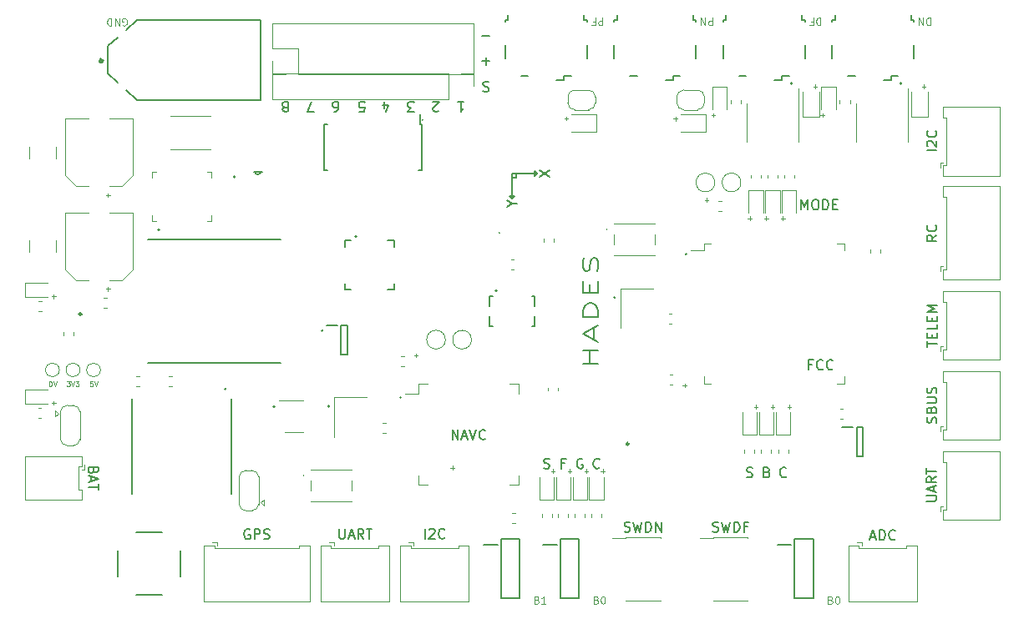
<source format=gto>
G04 #@! TF.GenerationSoftware,KiCad,Pcbnew,(5.1.2)-2*
G04 #@! TF.CreationDate,2019-10-30T16:09:12+01:00*
G04 #@! TF.ProjectId,Hades,48616465-732e-46b6-9963-61645f706362,rev?*
G04 #@! TF.SameCoordinates,Original*
G04 #@! TF.FileFunction,Legend,Top*
G04 #@! TF.FilePolarity,Positive*
%FSLAX46Y46*%
G04 Gerber Fmt 4.6, Leading zero omitted, Abs format (unit mm)*
G04 Created by KiCad (PCBNEW (5.1.2)-2) date 2019-10-30 16:09:12*
%MOMM*%
%LPD*%
G04 APERTURE LIST*
%ADD10C,0.150000*%
%ADD11C,0.050000*%
%ADD12C,0.100000*%
%ADD13C,0.200000*%
%ADD14C,0.127000*%
%ADD15C,0.120000*%
%ADD16C,0.300000*%
%ADD17C,0.254000*%
%ADD18C,0.152400*%
G04 APERTURE END LIST*
D10*
X66340442Y-36068000D02*
G75*
G03X66340442Y-36068000I-35921J0D01*
G01*
X85873042Y-54102000D02*
G75*
G03X85873042Y-54102000I-71842J0D01*
G01*
D11*
X69176923Y-71358914D02*
X69557876Y-71358914D01*
X69367400Y-71549390D02*
X69367400Y-71168438D01*
X65493923Y-59954314D02*
X65874876Y-59954314D01*
X65684400Y-60144790D02*
X65684400Y-59763838D01*
X92722723Y-63027714D02*
X93103676Y-63027714D01*
X92913200Y-63218190D02*
X92913200Y-62837238D01*
X94957923Y-44180914D02*
X95338876Y-44180914D01*
X95148400Y-44371390D02*
X95148400Y-43990438D01*
X34277323Y-53223314D02*
X34658276Y-53223314D01*
X34467800Y-53413790D02*
X34467800Y-53032838D01*
X34277323Y-43698314D02*
X34658276Y-43698314D01*
X34467800Y-43888790D02*
X34467800Y-43507838D01*
D10*
X114879842Y-32359600D02*
G75*
G03X114879842Y-32359600I-71842J0D01*
G01*
D11*
X95643723Y-35570314D02*
X96024676Y-35570314D01*
X95834200Y-35760790D02*
X95834200Y-35379838D01*
X106692723Y-35570314D02*
X107073676Y-35570314D01*
X106883200Y-35760790D02*
X106883200Y-35379838D01*
X102679523Y-46060514D02*
X103060476Y-46060514D01*
X102870000Y-46250990D02*
X102870000Y-45870038D01*
X101003123Y-46060514D02*
X101384076Y-46060514D01*
X101193600Y-46250990D02*
X101193600Y-45870038D01*
X99326723Y-46060514D02*
X99707676Y-46060514D01*
X99517200Y-46250990D02*
X99517200Y-45870038D01*
X103339923Y-65186714D02*
X103720876Y-65186714D01*
X103530400Y-65377190D02*
X103530400Y-64996238D01*
X101638123Y-65186714D02*
X102019076Y-65186714D01*
X101828600Y-65377190D02*
X101828600Y-64996238D01*
X99936323Y-65186714D02*
X100317276Y-65186714D01*
X100126800Y-65377190D02*
X100126800Y-64996238D01*
X84416923Y-71714514D02*
X84797876Y-71714514D01*
X84607400Y-71904990D02*
X84607400Y-71524038D01*
X82740523Y-71714514D02*
X83121476Y-71714514D01*
X82931000Y-71904990D02*
X82931000Y-71524038D01*
X81064123Y-71714514D02*
X81445076Y-71714514D01*
X81254600Y-71904990D02*
X81254600Y-71524038D01*
X79387723Y-71714514D02*
X79768676Y-71714514D01*
X79578200Y-71904990D02*
X79578200Y-71524038D01*
X80733923Y-35925914D02*
X81114876Y-35925914D01*
X80924400Y-36116390D02*
X80924400Y-35735438D01*
X91782923Y-35951314D02*
X92163876Y-35951314D01*
X91973400Y-36141790D02*
X91973400Y-35760838D01*
X105956123Y-32674714D02*
X106337076Y-32674714D01*
X106146600Y-32865190D02*
X106146600Y-32484238D01*
X116979723Y-32674714D02*
X117360676Y-32674714D01*
X117170200Y-32865190D02*
X117170200Y-32484238D01*
X28765523Y-64805714D02*
X29146476Y-64805714D01*
X28956000Y-64996190D02*
X28956000Y-64615238D01*
X28765523Y-53985314D02*
X29146476Y-53985314D01*
X28956000Y-54175790D02*
X28956000Y-53794838D01*
D10*
X103830842Y-32359600D02*
G75*
G03X103830842Y-32359600I-71842J0D01*
G01*
X56917042Y-65125600D02*
G75*
G03X56917042Y-65125600I-71842J0D01*
G01*
X56231242Y-57454800D02*
G75*
G03X56231242Y-57454800I-71842J0D01*
G01*
X64181442Y-64236600D02*
G75*
G03X64181442Y-64236600I-71842J0D01*
G01*
X93112042Y-49707800D02*
G75*
G03X93112042Y-49707800I-71842J0D01*
G01*
X51354442Y-65176400D02*
G75*
G03X51354442Y-65176400I-71842J0D01*
G01*
X47341242Y-41833800D02*
G75*
G03X47341242Y-41833800I-71842J0D01*
G01*
X39695842Y-47218600D02*
G75*
G03X39695842Y-47218600I-71842J0D01*
G01*
X52546238Y-34790047D02*
X52641476Y-34837666D01*
X52689095Y-34885285D01*
X52736714Y-34980523D01*
X52736714Y-35028142D01*
X52689095Y-35123380D01*
X52641476Y-35171000D01*
X52546238Y-35218619D01*
X52355761Y-35218619D01*
X52260523Y-35171000D01*
X52212904Y-35123380D01*
X52165285Y-35028142D01*
X52165285Y-34980523D01*
X52212904Y-34885285D01*
X52260523Y-34837666D01*
X52355761Y-34790047D01*
X52546238Y-34790047D01*
X52641476Y-34742428D01*
X52689095Y-34694809D01*
X52736714Y-34599571D01*
X52736714Y-34409095D01*
X52689095Y-34313857D01*
X52641476Y-34266238D01*
X52546238Y-34218619D01*
X52355761Y-34218619D01*
X52260523Y-34266238D01*
X52212904Y-34313857D01*
X52165285Y-34409095D01*
X52165285Y-34599571D01*
X52212904Y-34694809D01*
X52260523Y-34742428D01*
X52355761Y-34790047D01*
X55324333Y-35218619D02*
X54657666Y-35218619D01*
X55086238Y-34218619D01*
X57340523Y-35218619D02*
X57531000Y-35218619D01*
X57626238Y-35171000D01*
X57673857Y-35123380D01*
X57769095Y-34980523D01*
X57816714Y-34790047D01*
X57816714Y-34409095D01*
X57769095Y-34313857D01*
X57721476Y-34266238D01*
X57626238Y-34218619D01*
X57435761Y-34218619D01*
X57340523Y-34266238D01*
X57292904Y-34313857D01*
X57245285Y-34409095D01*
X57245285Y-34647190D01*
X57292904Y-34742428D01*
X57340523Y-34790047D01*
X57435761Y-34837666D01*
X57626238Y-34837666D01*
X57721476Y-34790047D01*
X57769095Y-34742428D01*
X57816714Y-34647190D01*
X59959904Y-35218619D02*
X60436095Y-35218619D01*
X60483714Y-34742428D01*
X60436095Y-34790047D01*
X60340857Y-34837666D01*
X60102761Y-34837666D01*
X60007523Y-34790047D01*
X59959904Y-34742428D01*
X59912285Y-34647190D01*
X59912285Y-34409095D01*
X59959904Y-34313857D01*
X60007523Y-34266238D01*
X60102761Y-34218619D01*
X60340857Y-34218619D01*
X60436095Y-34266238D01*
X60483714Y-34313857D01*
X62420523Y-34885285D02*
X62420523Y-34218619D01*
X62658619Y-35266238D02*
X62896714Y-34551952D01*
X62277666Y-34551952D01*
X65484333Y-35218619D02*
X64865285Y-35218619D01*
X65198619Y-34837666D01*
X65055761Y-34837666D01*
X64960523Y-34790047D01*
X64912904Y-34742428D01*
X64865285Y-34647190D01*
X64865285Y-34409095D01*
X64912904Y-34313857D01*
X64960523Y-34266238D01*
X65055761Y-34218619D01*
X65341476Y-34218619D01*
X65436714Y-34266238D01*
X65484333Y-34313857D01*
X67976714Y-35123380D02*
X67929095Y-35171000D01*
X67833857Y-35218619D01*
X67595761Y-35218619D01*
X67500523Y-35171000D01*
X67452904Y-35123380D01*
X67405285Y-35028142D01*
X67405285Y-34932904D01*
X67452904Y-34790047D01*
X68024333Y-34218619D01*
X67405285Y-34218619D01*
X69945285Y-34218619D02*
X70516714Y-34218619D01*
X70231000Y-34218619D02*
X70231000Y-35218619D01*
X70326238Y-35075761D01*
X70421476Y-34980523D01*
X70516714Y-34932904D01*
D12*
X35953628Y-26460800D02*
X36025057Y-26496514D01*
X36132200Y-26496514D01*
X36239342Y-26460800D01*
X36310771Y-26389371D01*
X36346485Y-26317942D01*
X36382200Y-26175085D01*
X36382200Y-26067942D01*
X36346485Y-25925085D01*
X36310771Y-25853657D01*
X36239342Y-25782228D01*
X36132200Y-25746514D01*
X36060771Y-25746514D01*
X35953628Y-25782228D01*
X35917914Y-25817942D01*
X35917914Y-26067942D01*
X36060771Y-26067942D01*
X35596485Y-25746514D02*
X35596485Y-26496514D01*
X35167914Y-25746514D01*
X35167914Y-26496514D01*
X34810771Y-25746514D02*
X34810771Y-26496514D01*
X34632200Y-26496514D01*
X34525057Y-26460800D01*
X34453628Y-26389371D01*
X34417914Y-26317942D01*
X34382200Y-26175085D01*
X34382200Y-26067942D01*
X34417914Y-25925085D01*
X34453628Y-25853657D01*
X34525057Y-25782228D01*
X34632200Y-25746514D01*
X34810771Y-25746514D01*
D10*
X75819000Y-41910000D02*
X75819000Y-41529000D01*
X75438000Y-41910000D02*
X75819000Y-41910000D01*
X75184000Y-43815000D02*
X75438000Y-44069000D01*
X75692000Y-43815000D02*
X75184000Y-43815000D01*
X75438000Y-44069000D02*
X75692000Y-43815000D01*
X75438000Y-41529000D02*
X75438000Y-44069000D01*
X77724000Y-41783000D02*
X77978000Y-41529000D01*
X77724000Y-41275000D02*
X77724000Y-41783000D01*
X77978000Y-41529000D02*
X77724000Y-41275000D01*
X75438000Y-41529000D02*
X77978000Y-41529000D01*
X78192380Y-41862333D02*
X79192380Y-41195666D01*
X78192380Y-41195666D02*
X79192380Y-41862333D01*
X104743476Y-45156380D02*
X104743476Y-44156380D01*
X105076809Y-44870666D01*
X105410142Y-44156380D01*
X105410142Y-45156380D01*
X106076809Y-44156380D02*
X106267285Y-44156380D01*
X106362523Y-44204000D01*
X106457761Y-44299238D01*
X106505380Y-44489714D01*
X106505380Y-44823047D01*
X106457761Y-45013523D01*
X106362523Y-45108761D01*
X106267285Y-45156380D01*
X106076809Y-45156380D01*
X105981571Y-45108761D01*
X105886333Y-45013523D01*
X105838714Y-44823047D01*
X105838714Y-44489714D01*
X105886333Y-44299238D01*
X105981571Y-44204000D01*
X106076809Y-44156380D01*
X106933952Y-45156380D02*
X106933952Y-44156380D01*
X107172047Y-44156380D01*
X107314904Y-44204000D01*
X107410142Y-44299238D01*
X107457761Y-44394476D01*
X107505380Y-44584952D01*
X107505380Y-44727809D01*
X107457761Y-44918285D01*
X107410142Y-45013523D01*
X107314904Y-45108761D01*
X107172047Y-45156380D01*
X106933952Y-45156380D01*
X107933952Y-44632571D02*
X108267285Y-44632571D01*
X108410142Y-45156380D02*
X107933952Y-45156380D01*
X107933952Y-44156380D01*
X108410142Y-44156380D01*
X84281923Y-71350142D02*
X84234304Y-71397761D01*
X84091447Y-71445380D01*
X83996209Y-71445380D01*
X83853352Y-71397761D01*
X83758114Y-71302523D01*
X83710495Y-71207285D01*
X83662876Y-71016809D01*
X83662876Y-70873952D01*
X83710495Y-70683476D01*
X83758114Y-70588238D01*
X83853352Y-70493000D01*
X83996209Y-70445380D01*
X84091447Y-70445380D01*
X84234304Y-70493000D01*
X84281923Y-70540619D01*
X82557904Y-70493000D02*
X82462666Y-70445380D01*
X82319809Y-70445380D01*
X82176952Y-70493000D01*
X82081714Y-70588238D01*
X82034095Y-70683476D01*
X81986476Y-70873952D01*
X81986476Y-71016809D01*
X82034095Y-71207285D01*
X82081714Y-71302523D01*
X82176952Y-71397761D01*
X82319809Y-71445380D01*
X82415047Y-71445380D01*
X82557904Y-71397761D01*
X82605523Y-71350142D01*
X82605523Y-71016809D01*
X82415047Y-71016809D01*
X80762457Y-70921571D02*
X80429123Y-70921571D01*
X80429123Y-71445380D02*
X80429123Y-70445380D01*
X80905314Y-70445380D01*
X78657485Y-71397761D02*
X78800342Y-71445380D01*
X79038438Y-71445380D01*
X79133676Y-71397761D01*
X79181295Y-71350142D01*
X79228914Y-71254904D01*
X79228914Y-71159666D01*
X79181295Y-71064428D01*
X79133676Y-71016809D01*
X79038438Y-70969190D01*
X78847961Y-70921571D01*
X78752723Y-70873952D01*
X78705104Y-70826333D01*
X78657485Y-70731095D01*
X78657485Y-70635857D01*
X78705104Y-70540619D01*
X78752723Y-70493000D01*
X78847961Y-70445380D01*
X79086057Y-70445380D01*
X79228914Y-70493000D01*
D12*
X107709928Y-84782428D02*
X107817071Y-84818142D01*
X107852785Y-84853857D01*
X107888500Y-84925285D01*
X107888500Y-85032428D01*
X107852785Y-85103857D01*
X107817071Y-85139571D01*
X107745642Y-85175285D01*
X107459928Y-85175285D01*
X107459928Y-84425285D01*
X107709928Y-84425285D01*
X107781357Y-84461000D01*
X107817071Y-84496714D01*
X107852785Y-84568142D01*
X107852785Y-84639571D01*
X107817071Y-84711000D01*
X107781357Y-84746714D01*
X107709928Y-84782428D01*
X107459928Y-84782428D01*
X108352785Y-84425285D02*
X108424214Y-84425285D01*
X108495642Y-84461000D01*
X108531357Y-84496714D01*
X108567071Y-84568142D01*
X108602785Y-84711000D01*
X108602785Y-84889571D01*
X108567071Y-85032428D01*
X108531357Y-85103857D01*
X108495642Y-85139571D01*
X108424214Y-85175285D01*
X108352785Y-85175285D01*
X108281357Y-85139571D01*
X108245642Y-85103857D01*
X108209928Y-85032428D01*
X108174214Y-84889571D01*
X108174214Y-84711000D01*
X108209928Y-84568142D01*
X108245642Y-84496714D01*
X108281357Y-84461000D01*
X108352785Y-84425285D01*
X83960928Y-84782428D02*
X84068071Y-84818142D01*
X84103785Y-84853857D01*
X84139500Y-84925285D01*
X84139500Y-85032428D01*
X84103785Y-85103857D01*
X84068071Y-85139571D01*
X83996642Y-85175285D01*
X83710928Y-85175285D01*
X83710928Y-84425285D01*
X83960928Y-84425285D01*
X84032357Y-84461000D01*
X84068071Y-84496714D01*
X84103785Y-84568142D01*
X84103785Y-84639571D01*
X84068071Y-84711000D01*
X84032357Y-84746714D01*
X83960928Y-84782428D01*
X83710928Y-84782428D01*
X84603785Y-84425285D02*
X84675214Y-84425285D01*
X84746642Y-84461000D01*
X84782357Y-84496714D01*
X84818071Y-84568142D01*
X84853785Y-84711000D01*
X84853785Y-84889571D01*
X84818071Y-85032428D01*
X84782357Y-85103857D01*
X84746642Y-85139571D01*
X84675214Y-85175285D01*
X84603785Y-85175285D01*
X84532357Y-85139571D01*
X84496642Y-85103857D01*
X84460928Y-85032428D01*
X84425214Y-84889571D01*
X84425214Y-84711000D01*
X84460928Y-84568142D01*
X84496642Y-84496714D01*
X84532357Y-84461000D01*
X84603785Y-84425285D01*
X77928428Y-84782428D02*
X78035571Y-84818142D01*
X78071285Y-84853857D01*
X78107000Y-84925285D01*
X78107000Y-85032428D01*
X78071285Y-85103857D01*
X78035571Y-85139571D01*
X77964142Y-85175285D01*
X77678428Y-85175285D01*
X77678428Y-84425285D01*
X77928428Y-84425285D01*
X77999857Y-84461000D01*
X78035571Y-84496714D01*
X78071285Y-84568142D01*
X78071285Y-84639571D01*
X78035571Y-84711000D01*
X77999857Y-84746714D01*
X77928428Y-84782428D01*
X77678428Y-84782428D01*
X78821285Y-85175285D02*
X78392714Y-85175285D01*
X78607000Y-85175285D02*
X78607000Y-84425285D01*
X78535571Y-84532428D01*
X78464142Y-84603857D01*
X78392714Y-84639571D01*
X117810285Y-25695714D02*
X117810285Y-26445714D01*
X117631714Y-26445714D01*
X117524571Y-26410000D01*
X117453142Y-26338571D01*
X117417428Y-26267142D01*
X117381714Y-26124285D01*
X117381714Y-26017142D01*
X117417428Y-25874285D01*
X117453142Y-25802857D01*
X117524571Y-25731428D01*
X117631714Y-25695714D01*
X117810285Y-25695714D01*
X117060285Y-25695714D02*
X117060285Y-26445714D01*
X116631714Y-25695714D01*
X116631714Y-26445714D01*
X106689857Y-25695714D02*
X106689857Y-26445714D01*
X106511285Y-26445714D01*
X106404142Y-26410000D01*
X106332714Y-26338571D01*
X106297000Y-26267142D01*
X106261285Y-26124285D01*
X106261285Y-26017142D01*
X106297000Y-25874285D01*
X106332714Y-25802857D01*
X106404142Y-25731428D01*
X106511285Y-25695714D01*
X106689857Y-25695714D01*
X105689857Y-26088571D02*
X105939857Y-26088571D01*
X105939857Y-25695714D02*
X105939857Y-26445714D01*
X105582714Y-26445714D01*
X95712285Y-25695714D02*
X95712285Y-26445714D01*
X95426571Y-26445714D01*
X95355142Y-26410000D01*
X95319428Y-26374285D01*
X95283714Y-26302857D01*
X95283714Y-26195714D01*
X95319428Y-26124285D01*
X95355142Y-26088571D01*
X95426571Y-26052857D01*
X95712285Y-26052857D01*
X94962285Y-25695714D02*
X94962285Y-26445714D01*
X94533714Y-25695714D01*
X94533714Y-26445714D01*
X84591857Y-25695714D02*
X84591857Y-26445714D01*
X84306142Y-26445714D01*
X84234714Y-26410000D01*
X84199000Y-26374285D01*
X84163285Y-26302857D01*
X84163285Y-26195714D01*
X84199000Y-26124285D01*
X84234714Y-26088571D01*
X84306142Y-26052857D01*
X84591857Y-26052857D01*
X83591857Y-26088571D02*
X83841857Y-26088571D01*
X83841857Y-25695714D02*
X83841857Y-26445714D01*
X83484714Y-26445714D01*
D10*
X73056714Y-32234238D02*
X72913857Y-32186619D01*
X72675761Y-32186619D01*
X72580523Y-32234238D01*
X72532904Y-32281857D01*
X72485285Y-32377095D01*
X72485285Y-32472333D01*
X72532904Y-32567571D01*
X72580523Y-32615190D01*
X72675761Y-32662809D01*
X72866238Y-32710428D01*
X72961476Y-32758047D01*
X73009095Y-32805666D01*
X73056714Y-32900904D01*
X73056714Y-32996142D01*
X73009095Y-33091380D01*
X72961476Y-33139000D01*
X72866238Y-33186619D01*
X72628142Y-33186619D01*
X72485285Y-33139000D01*
X72390047Y-30106928D02*
X73151952Y-30106928D01*
X72771000Y-30487880D02*
X72771000Y-29725976D01*
X72390047Y-27566928D02*
X73151952Y-27566928D01*
D13*
X84117571Y-60856142D02*
X82617571Y-60856142D01*
X83331857Y-60856142D02*
X83331857Y-59427571D01*
X84117571Y-59427571D02*
X82617571Y-59427571D01*
X83689000Y-58356142D02*
X83689000Y-57165666D01*
X84117571Y-58594238D02*
X82617571Y-57760904D01*
X84117571Y-56927571D01*
X84117571Y-56094238D02*
X82617571Y-56094238D01*
X82617571Y-55499000D01*
X82689000Y-55141857D01*
X82831857Y-54903761D01*
X82974714Y-54784714D01*
X83260428Y-54665666D01*
X83474714Y-54665666D01*
X83760428Y-54784714D01*
X83903285Y-54903761D01*
X84046142Y-55141857D01*
X84117571Y-55499000D01*
X84117571Y-56094238D01*
X83331857Y-53594238D02*
X83331857Y-52760904D01*
X84117571Y-52403761D02*
X84117571Y-53594238D01*
X82617571Y-53594238D01*
X82617571Y-52403761D01*
X84046142Y-51451380D02*
X84117571Y-51094238D01*
X84117571Y-50499000D01*
X84046142Y-50260904D01*
X83974714Y-50141857D01*
X83831857Y-50022809D01*
X83689000Y-50022809D01*
X83546142Y-50141857D01*
X83474714Y-50260904D01*
X83403285Y-50499000D01*
X83331857Y-50975190D01*
X83260428Y-51213285D01*
X83189000Y-51332333D01*
X83046142Y-51451380D01*
X82903285Y-51451380D01*
X82760428Y-51332333D01*
X82689000Y-51213285D01*
X82617571Y-50975190D01*
X82617571Y-50379952D01*
X82689000Y-50022809D01*
D10*
X103204923Y-72239142D02*
X103157304Y-72286761D01*
X103014447Y-72334380D01*
X102919209Y-72334380D01*
X102776352Y-72286761D01*
X102681114Y-72191523D01*
X102633495Y-72096285D01*
X102585876Y-71905809D01*
X102585876Y-71762952D01*
X102633495Y-71572476D01*
X102681114Y-71477238D01*
X102776352Y-71382000D01*
X102919209Y-71334380D01*
X103014447Y-71334380D01*
X103157304Y-71382000D01*
X103204923Y-71429619D01*
X101265028Y-71810571D02*
X101407885Y-71858190D01*
X101455504Y-71905809D01*
X101503123Y-72001047D01*
X101503123Y-72143904D01*
X101455504Y-72239142D01*
X101407885Y-72286761D01*
X101312647Y-72334380D01*
X100931695Y-72334380D01*
X100931695Y-71334380D01*
X101265028Y-71334380D01*
X101360266Y-71382000D01*
X101407885Y-71429619D01*
X101455504Y-71524857D01*
X101455504Y-71620095D01*
X101407885Y-71715333D01*
X101360266Y-71762952D01*
X101265028Y-71810571D01*
X100931695Y-71810571D01*
X99206085Y-72286761D02*
X99348942Y-72334380D01*
X99587038Y-72334380D01*
X99682276Y-72286761D01*
X99729895Y-72239142D01*
X99777514Y-72143904D01*
X99777514Y-72048666D01*
X99729895Y-71953428D01*
X99682276Y-71905809D01*
X99587038Y-71858190D01*
X99396561Y-71810571D01*
X99301323Y-71762952D01*
X99253704Y-71715333D01*
X99206085Y-71620095D01*
X99206085Y-71524857D01*
X99253704Y-71429619D01*
X99301323Y-71382000D01*
X99396561Y-71334380D01*
X99634657Y-71334380D01*
X99777514Y-71382000D01*
X75414190Y-44577000D02*
X75890380Y-44577000D01*
X74890380Y-44910333D02*
X75414190Y-44577000D01*
X74890380Y-44243666D01*
D14*
X46983400Y-64335400D02*
X46983400Y-74035400D01*
X36883400Y-74035400D02*
X36883400Y-64335400D01*
D15*
X46388921Y-63368800D02*
G75*
G03X46388921Y-63368800I-35921J0D01*
G01*
X46460763Y-63368800D02*
G75*
G03X46460763Y-63368800I-107763J0D01*
G01*
X68666400Y-58369200D02*
G75*
G03X68666400Y-58369200I-950000J0D01*
G01*
X71308000Y-58369200D02*
G75*
G03X71308000Y-58369200I-950000J0D01*
G01*
X95971400Y-42418000D02*
G75*
G03X95971400Y-42418000I-950000J0D01*
G01*
X98613000Y-42418000D02*
G75*
G03X98613000Y-42418000I-950000J0D01*
G01*
X29529000Y-61442600D02*
G75*
G03X29529000Y-61442600I-700000J0D01*
G01*
X31611800Y-61442600D02*
G75*
G03X31611800Y-61442600I-700000J0D01*
G01*
X33694600Y-61442600D02*
G75*
G03X33694600Y-61442600I-700000J0D01*
G01*
X110875000Y-79241000D02*
X110875000Y-78941000D01*
X110875000Y-78941000D02*
X110375000Y-78941000D01*
X113000000Y-79531000D02*
X110585000Y-79531000D01*
X110585000Y-79531000D02*
X110585000Y-79231000D01*
X110585000Y-79231000D02*
X109515000Y-79231000D01*
X109515000Y-79231000D02*
X109515000Y-84951000D01*
X109515000Y-84951000D02*
X113000000Y-84951000D01*
X113000000Y-79531000D02*
X115415000Y-79531000D01*
X115415000Y-79531000D02*
X115415000Y-79231000D01*
X115415000Y-79231000D02*
X116485000Y-79231000D01*
X116485000Y-79231000D02*
X116485000Y-84951000D01*
X116485000Y-84951000D02*
X113000000Y-84951000D01*
D14*
X37333400Y-77902200D02*
X39933400Y-77902200D01*
X41833400Y-82402200D02*
X41833400Y-79802200D01*
X35433400Y-82402200D02*
X35433400Y-79802200D01*
X39933400Y-84302200D02*
X37333400Y-84302200D01*
X37414000Y-25922000D02*
X49914000Y-25922000D01*
X49914000Y-25922000D02*
X49914000Y-34022000D01*
X49914000Y-34022000D02*
X37414000Y-34022000D01*
X34414000Y-31372000D02*
X34414000Y-28572000D01*
X37414000Y-25922000D02*
X36284000Y-26922000D01*
X34414000Y-28572000D02*
X35434000Y-27672000D01*
X37414000Y-34022000D02*
X36284000Y-33022000D01*
X34414000Y-31372000D02*
X35434000Y-32272000D01*
D16*
X33914000Y-30072000D02*
G75*
G03X33914000Y-30072000I-150000J0D01*
G01*
D15*
X35873563Y-42777500D02*
X36938000Y-41713063D01*
X31182437Y-42777500D02*
X30118000Y-41713063D01*
X31182437Y-42777500D02*
X32468000Y-42777500D01*
X35873563Y-42777500D02*
X34588000Y-42777500D01*
X36938000Y-41713063D02*
X36938000Y-35957500D01*
X30118000Y-41713063D02*
X30118000Y-35957500D01*
X30118000Y-35957500D02*
X32468000Y-35957500D01*
X36938000Y-35957500D02*
X34588000Y-35957500D01*
X29173000Y-39975064D02*
X29173000Y-38770936D01*
X26453000Y-39975064D02*
X26453000Y-38770936D01*
X36938000Y-45485000D02*
X34588000Y-45485000D01*
X30118000Y-45485000D02*
X32468000Y-45485000D01*
X30118000Y-51240563D02*
X30118000Y-45485000D01*
X36938000Y-51240563D02*
X36938000Y-45485000D01*
X35873563Y-52305000D02*
X34588000Y-52305000D01*
X31182437Y-52305000D02*
X32468000Y-52305000D01*
X31182437Y-52305000D02*
X30118000Y-51240563D01*
X35873563Y-52305000D02*
X36938000Y-51240563D01*
X26453000Y-49497064D02*
X26453000Y-48292936D01*
X29173000Y-49497064D02*
X29173000Y-48292936D01*
X34351279Y-55145400D02*
X34025721Y-55145400D01*
X34351279Y-54125400D02*
X34025721Y-54125400D01*
X29919200Y-57596721D02*
X29919200Y-57922279D01*
X30939200Y-57596721D02*
X30939200Y-57922279D01*
X108650721Y-65403000D02*
X108976279Y-65403000D01*
X108650721Y-66423000D02*
X108976279Y-66423000D01*
X111707200Y-49540279D02*
X111707200Y-49214721D01*
X112727200Y-49540279D02*
X112727200Y-49214721D01*
X96357221Y-45315600D02*
X96682779Y-45315600D01*
X96357221Y-44295600D02*
X96682779Y-44295600D01*
X91704279Y-61897800D02*
X91378721Y-61897800D01*
X91704279Y-62917800D02*
X91378721Y-62917800D01*
X75453121Y-76964000D02*
X75778679Y-76964000D01*
X75453121Y-75944000D02*
X75778679Y-75944000D01*
X79017400Y-63561079D02*
X79017400Y-63235521D01*
X80037400Y-63561079D02*
X80037400Y-63235521D01*
X64475479Y-61089000D02*
X64149921Y-61089000D01*
X64475479Y-60069000D02*
X64149921Y-60069000D01*
X75300521Y-50264600D02*
X75626079Y-50264600D01*
X75300521Y-51284600D02*
X75626079Y-51284600D01*
X78636400Y-48097221D02*
X78636400Y-48422779D01*
X79656400Y-48097221D02*
X79656400Y-48422779D01*
X37678579Y-63095600D02*
X37353021Y-63095600D01*
X37678579Y-62075600D02*
X37353021Y-62075600D01*
X40655121Y-63095600D02*
X40980679Y-63095600D01*
X40655121Y-62075600D02*
X40980679Y-62075600D01*
X83986500Y-37235500D02*
X83986500Y-35535500D01*
X83986500Y-35535500D02*
X81436500Y-35535500D01*
X83986500Y-37235500D02*
X81436500Y-37235500D01*
X95035500Y-37235500D02*
X92485500Y-37235500D01*
X95035500Y-35535500D02*
X92485500Y-35535500D01*
X95035500Y-37235500D02*
X95035500Y-35535500D01*
X104839400Y-35739200D02*
X104839400Y-33189200D01*
X106539400Y-35739200D02*
X106539400Y-33189200D01*
X104839400Y-35739200D02*
X106539400Y-35739200D01*
X115888400Y-35747800D02*
X117588400Y-35747800D01*
X117588400Y-35747800D02*
X117588400Y-33197800D01*
X115888400Y-35747800D02*
X115888400Y-33197800D01*
X108391000Y-62812200D02*
X109091000Y-62812200D01*
X109091000Y-62812200D02*
X109091000Y-62112200D01*
X95571000Y-62812200D02*
X94871000Y-62812200D01*
X94871000Y-62812200D02*
X94871000Y-62112200D01*
X108391000Y-48592200D02*
X109091000Y-48592200D01*
X109091000Y-48592200D02*
X109091000Y-49292200D01*
X95571000Y-48592200D02*
X94871000Y-48592200D01*
X94871000Y-48592200D02*
X94871000Y-49292200D01*
X94871000Y-49292200D02*
X93506000Y-49292200D01*
X31782400Y-71530400D02*
X32082400Y-71530400D01*
X32082400Y-71530400D02*
X32082400Y-71030400D01*
X31492400Y-72405400D02*
X31492400Y-71240400D01*
X31492400Y-71240400D02*
X31792400Y-71240400D01*
X31792400Y-71240400D02*
X31792400Y-70170400D01*
X31792400Y-70170400D02*
X26072400Y-70170400D01*
X26072400Y-70170400D02*
X26072400Y-72405400D01*
X31492400Y-72405400D02*
X31492400Y-73570400D01*
X31492400Y-73570400D02*
X31792400Y-73570400D01*
X31792400Y-73570400D02*
X31792400Y-74640400D01*
X31792400Y-74640400D02*
X26072400Y-74640400D01*
X26072400Y-74640400D02*
X26072400Y-72405400D01*
X45546200Y-79241000D02*
X45546200Y-78941000D01*
X45546200Y-78941000D02*
X45046200Y-78941000D01*
X49546200Y-79531000D02*
X45256200Y-79531000D01*
X45256200Y-79531000D02*
X45256200Y-79231000D01*
X45256200Y-79231000D02*
X44186200Y-79231000D01*
X44186200Y-79231000D02*
X44186200Y-84951000D01*
X44186200Y-84951000D02*
X49546200Y-84951000D01*
X49546200Y-79531000D02*
X53836200Y-79531000D01*
X53836200Y-79531000D02*
X53836200Y-79231000D01*
X53836200Y-79231000D02*
X54906200Y-79231000D01*
X54906200Y-79231000D02*
X54906200Y-84951000D01*
X54906200Y-84951000D02*
X49546200Y-84951000D01*
X86437200Y-53194200D02*
X86437200Y-57194200D01*
X89737200Y-53194200D02*
X86437200Y-53194200D01*
X60667800Y-64235400D02*
X57367800Y-64235400D01*
X57367800Y-64235400D02*
X57367800Y-68235400D01*
X119119000Y-40382000D02*
X118819000Y-40382000D01*
X118819000Y-40382000D02*
X118819000Y-40882000D01*
X119409000Y-38257000D02*
X119409000Y-40672000D01*
X119409000Y-40672000D02*
X119109000Y-40672000D01*
X119109000Y-40672000D02*
X119109000Y-41742000D01*
X119109000Y-41742000D02*
X124829000Y-41742000D01*
X124829000Y-41742000D02*
X124829000Y-38257000D01*
X119409000Y-38257000D02*
X119409000Y-35842000D01*
X119409000Y-35842000D02*
X119109000Y-35842000D01*
X119109000Y-35842000D02*
X119109000Y-34772000D01*
X119109000Y-34772000D02*
X124829000Y-34772000D01*
X124829000Y-34772000D02*
X124829000Y-38257000D01*
X65434400Y-79241000D02*
X65434400Y-78941000D01*
X65434400Y-78941000D02*
X64934400Y-78941000D01*
X67559400Y-79531000D02*
X65144400Y-79531000D01*
X65144400Y-79531000D02*
X65144400Y-79231000D01*
X65144400Y-79231000D02*
X64074400Y-79231000D01*
X64074400Y-79231000D02*
X64074400Y-84951000D01*
X64074400Y-84951000D02*
X67559400Y-84951000D01*
X67559400Y-79531000D02*
X69974400Y-79531000D01*
X69974400Y-79531000D02*
X69974400Y-79231000D01*
X69974400Y-79231000D02*
X71044400Y-79231000D01*
X71044400Y-79231000D02*
X71044400Y-84951000D01*
X71044400Y-84951000D02*
X67559400Y-84951000D01*
X81771500Y-33036000D02*
X83171500Y-33036000D01*
X83871500Y-33736000D02*
X83871500Y-34336000D01*
X83171500Y-35036000D02*
X81771500Y-35036000D01*
X81071500Y-34336000D02*
X81071500Y-33736000D01*
X81071500Y-33736000D02*
G75*
G02X81771500Y-33036000I700000J0D01*
G01*
X81771500Y-35036000D02*
G75*
G02X81071500Y-34336000I0J700000D01*
G01*
X83871500Y-34336000D02*
G75*
G02X83171500Y-35036000I-700000J0D01*
G01*
X83171500Y-33036000D02*
G75*
G02X83871500Y-33736000I0J-700000D01*
G01*
X94220500Y-33036000D02*
G75*
G02X94920500Y-33736000I0J-700000D01*
G01*
X94920500Y-34336000D02*
G75*
G02X94220500Y-35036000I-700000J0D01*
G01*
X92820500Y-35036000D02*
G75*
G02X92120500Y-34336000I0J700000D01*
G01*
X92120500Y-33736000D02*
G75*
G02X92820500Y-33036000I700000J0D01*
G01*
X92120500Y-34336000D02*
X92120500Y-33736000D01*
X94220500Y-35036000D02*
X92820500Y-35036000D01*
X94920500Y-33736000D02*
X94920500Y-34336000D01*
X92820500Y-33036000D02*
X94220500Y-33036000D01*
X48442600Y-75735400D02*
G75*
G02X47742600Y-75035400I0J700000D01*
G01*
X49742600Y-75035400D02*
G75*
G02X49042600Y-75735400I-700000J0D01*
G01*
X49042600Y-71635400D02*
G75*
G02X49742600Y-72335400I0J-700000D01*
G01*
X47742600Y-72335400D02*
G75*
G02X48442600Y-71635400I700000J0D01*
G01*
X47742600Y-75085400D02*
X47742600Y-72285400D01*
X48442600Y-71635400D02*
X49042600Y-71635400D01*
X49742600Y-72285400D02*
X49742600Y-75085400D01*
X49042600Y-75735400D02*
X48442600Y-75735400D01*
X49942600Y-74885400D02*
X50242600Y-75185400D01*
X50242600Y-75185400D02*
X50242600Y-74585400D01*
X49942600Y-74885400D02*
X50242600Y-74585400D01*
X29432400Y-65881400D02*
X29132400Y-66181400D01*
X29132400Y-65581400D02*
X29132400Y-66181400D01*
X29432400Y-65881400D02*
X29132400Y-65581400D01*
X30332400Y-65031400D02*
X30932400Y-65031400D01*
X29632400Y-68481400D02*
X29632400Y-65681400D01*
X30932400Y-69131400D02*
X30332400Y-69131400D01*
X31632400Y-65681400D02*
X31632400Y-68481400D01*
X31632400Y-68431400D02*
G75*
G02X30932400Y-69131400I-700000J0D01*
G01*
X30332400Y-69131400D02*
G75*
G02X29632400Y-68431400I0J700000D01*
G01*
X29632400Y-65731400D02*
G75*
G02X30332400Y-65031400I700000J0D01*
G01*
X30932400Y-65031400D02*
G75*
G02X31632400Y-65731400I0J-700000D01*
G01*
D13*
X38462000Y-60733000D02*
X51962000Y-60733000D01*
X51962000Y-48233000D02*
X38462000Y-48233000D01*
D15*
X26073900Y-54075000D02*
X28358900Y-54075000D01*
X26073900Y-52605000D02*
X26073900Y-54075000D01*
X28358900Y-52605000D02*
X26073900Y-52605000D01*
X26048500Y-64870000D02*
X28333500Y-64870000D01*
X26048500Y-63400000D02*
X26048500Y-64870000D01*
X28333500Y-63400000D02*
X26048500Y-63400000D01*
X98756800Y-65748100D02*
X98756800Y-68033100D01*
X98756800Y-68033100D02*
X100226800Y-68033100D01*
X100226800Y-68033100D02*
X100226800Y-65748100D01*
X101928600Y-68033100D02*
X101928600Y-65748100D01*
X100458600Y-68033100D02*
X101928600Y-68033100D01*
X100458600Y-65748100D02*
X100458600Y-68033100D01*
X103630400Y-68033100D02*
X103630400Y-65748100D01*
X102160400Y-68033100D02*
X103630400Y-68033100D01*
X102160400Y-65748100D02*
X102160400Y-68033100D01*
X102770000Y-43218900D02*
X102770000Y-45503900D01*
X104240000Y-43218900D02*
X102770000Y-43218900D01*
X104240000Y-45503900D02*
X104240000Y-43218900D01*
X102563600Y-45504000D02*
X102563600Y-43219000D01*
X102563600Y-43219000D02*
X101093600Y-43219000D01*
X101093600Y-43219000D02*
X101093600Y-45504000D01*
X100887200Y-45504000D02*
X100887200Y-43219000D01*
X100887200Y-43219000D02*
X99417200Y-43219000D01*
X99417200Y-43219000D02*
X99417200Y-45504000D01*
X78208200Y-72301300D02*
X78208200Y-74586300D01*
X78208200Y-74586300D02*
X79678200Y-74586300D01*
X79678200Y-74586300D02*
X79678200Y-72301300D01*
X81354600Y-74586200D02*
X81354600Y-72301200D01*
X79884600Y-74586200D02*
X81354600Y-74586200D01*
X79884600Y-72301200D02*
X79884600Y-74586200D01*
X81561000Y-72301300D02*
X81561000Y-74586300D01*
X81561000Y-74586300D02*
X83031000Y-74586300D01*
X83031000Y-74586300D02*
X83031000Y-72301300D01*
X84707400Y-74586100D02*
X84707400Y-72301100D01*
X83237400Y-74586100D02*
X84707400Y-74586100D01*
X83237400Y-72301100D02*
X83237400Y-74586100D01*
X97191500Y-35001000D02*
X97191500Y-32716000D01*
X97191500Y-32716000D02*
X95721500Y-32716000D01*
X95721500Y-32716000D02*
X95721500Y-35001000D01*
X108240500Y-35001000D02*
X108240500Y-32716000D01*
X108240500Y-32716000D02*
X106770500Y-32716000D01*
X106770500Y-32716000D02*
X106770500Y-35001000D01*
X75178400Y-73105800D02*
X76128400Y-73105800D01*
X76128400Y-73105800D02*
X76128400Y-72155800D01*
X66858400Y-73105800D02*
X65908400Y-73105800D01*
X65908400Y-73105800D02*
X65908400Y-72155800D01*
X75178400Y-62885800D02*
X76128400Y-62885800D01*
X76128400Y-62885800D02*
X76128400Y-63835800D01*
X66858400Y-62885800D02*
X65908400Y-62885800D01*
X65908400Y-62885800D02*
X65908400Y-63835800D01*
X65908400Y-63835800D02*
X64568400Y-63835800D01*
X71561000Y-31429000D02*
X71561000Y-26229000D01*
X53721000Y-31429000D02*
X71561000Y-31429000D01*
X51121000Y-26229000D02*
X71561000Y-26229000D01*
X53721000Y-31429000D02*
X53721000Y-28829000D01*
X53721000Y-28829000D02*
X51121000Y-28829000D01*
X51121000Y-28829000D02*
X51121000Y-26229000D01*
X52451000Y-31429000D02*
X51121000Y-31429000D01*
X51121000Y-31429000D02*
X51121000Y-30099000D01*
X51121000Y-31309000D02*
X51121000Y-33969000D01*
X68961000Y-31309000D02*
X51121000Y-31309000D01*
X68961000Y-33969000D02*
X51121000Y-33969000D01*
X68961000Y-31309000D02*
X68961000Y-33969000D01*
X70231000Y-31309000D02*
X71561000Y-31309000D01*
X71561000Y-31309000D02*
X71561000Y-32639000D01*
X40767936Y-35628000D02*
X44872064Y-35628000D01*
X40767936Y-39048000D02*
X44872064Y-39048000D01*
X27721779Y-54481000D02*
X27396221Y-54481000D01*
X27721779Y-55501000D02*
X27396221Y-55501000D01*
X27696279Y-66296000D02*
X27370721Y-66296000D01*
X27696279Y-65276000D02*
X27370721Y-65276000D01*
X98981800Y-69834979D02*
X98981800Y-69509421D01*
X100001800Y-69834979D02*
X100001800Y-69509421D01*
X101703600Y-69834979D02*
X101703600Y-69509421D01*
X100683600Y-69834979D02*
X100683600Y-69509421D01*
X102385400Y-69835079D02*
X102385400Y-69509521D01*
X103405400Y-69835079D02*
X103405400Y-69509521D01*
X102995000Y-41645521D02*
X102995000Y-41971079D01*
X104015000Y-41645521D02*
X104015000Y-41971079D01*
X101318600Y-41645621D02*
X101318600Y-41971179D01*
X102338600Y-41645621D02*
X102338600Y-41971179D01*
X100662200Y-41645621D02*
X100662200Y-41971179D01*
X99642200Y-41645621D02*
X99642200Y-41971179D01*
X91628079Y-55725600D02*
X91302521Y-55725600D01*
X91628079Y-56745600D02*
X91302521Y-56745600D01*
X62646679Y-66850800D02*
X62321121Y-66850800D01*
X62646679Y-67870800D02*
X62321121Y-67870800D01*
X78433200Y-76413579D02*
X78433200Y-76088021D01*
X79453200Y-76413579D02*
X79453200Y-76088021D01*
X81129600Y-76413579D02*
X81129600Y-76088021D01*
X80109600Y-76413579D02*
X80109600Y-76088021D01*
X82806000Y-76413579D02*
X82806000Y-76088021D01*
X81786000Y-76413579D02*
X81786000Y-76088021D01*
X83462400Y-76413579D02*
X83462400Y-76088021D01*
X84482400Y-76413579D02*
X84482400Y-76088021D01*
X98617500Y-34038221D02*
X98617500Y-34363779D01*
X97597500Y-34038221D02*
X97597500Y-34363779D01*
X109666500Y-34038221D02*
X109666500Y-34363779D01*
X108646500Y-34038221D02*
X108646500Y-34363779D01*
X119119000Y-50923000D02*
X118819000Y-50923000D01*
X118819000Y-50923000D02*
X118819000Y-51423000D01*
X119409000Y-47548000D02*
X119409000Y-51213000D01*
X119409000Y-51213000D02*
X119109000Y-51213000D01*
X119109000Y-51213000D02*
X119109000Y-52283000D01*
X119109000Y-52283000D02*
X124829000Y-52283000D01*
X124829000Y-52283000D02*
X124829000Y-47548000D01*
X119409000Y-47548000D02*
X119409000Y-43883000D01*
X119409000Y-43883000D02*
X119109000Y-43883000D01*
X119109000Y-43883000D02*
X119109000Y-42813000D01*
X119109000Y-42813000D02*
X124829000Y-42813000D01*
X124829000Y-42813000D02*
X124829000Y-47548000D01*
D12*
X44511000Y-46323000D02*
X44911000Y-46323000D01*
X44911000Y-46323000D02*
X44911000Y-45723000D01*
X44911000Y-41923000D02*
X44911000Y-41323000D01*
X44911000Y-41323000D02*
X44511000Y-41323000D01*
X38911000Y-45723000D02*
X38911000Y-46323000D01*
X38911000Y-46323000D02*
X39311000Y-46323000D01*
X38911000Y-41923000D02*
X38911000Y-41323000D01*
X38911000Y-41323000D02*
X39311000Y-41323000D01*
D17*
X31778400Y-55779400D02*
G75*
G03X31778400Y-55779400I-125000J0D01*
G01*
D12*
X85005800Y-47083800D02*
G75*
G03X85005800Y-47183800I0J-50000D01*
G01*
X85005800Y-47183800D02*
G75*
G03X85005800Y-47083800I0J50000D01*
G01*
X85005800Y-47183800D02*
X85005800Y-47183800D01*
X85005800Y-47083800D02*
X85005800Y-47083800D01*
X89905800Y-47683800D02*
X89905800Y-48683800D01*
X85705800Y-47683800D02*
X85705800Y-48683800D01*
X85705800Y-49783800D02*
X89905800Y-49783800D01*
X85705800Y-46583800D02*
X89905800Y-46583800D01*
D13*
X104053600Y-78610200D02*
X105953600Y-78610200D01*
X105953600Y-78610200D02*
X105953600Y-84610200D01*
X105953600Y-84610200D02*
X104053600Y-84610200D01*
X104053600Y-84610200D02*
X104053600Y-78610200D01*
X102303600Y-79210200D02*
X103703600Y-79210200D01*
X78580000Y-79210200D02*
X79980000Y-79210200D01*
X80330000Y-84610200D02*
X80330000Y-78610200D01*
X82230000Y-84610200D02*
X80330000Y-84610200D01*
X82230000Y-78610200D02*
X82230000Y-84610200D01*
X80330000Y-78610200D02*
X82230000Y-78610200D01*
X74291400Y-78610200D02*
X76191400Y-78610200D01*
X76191400Y-78610200D02*
X76191400Y-84610200D01*
X76191400Y-84610200D02*
X74291400Y-84610200D01*
X74291400Y-84610200D02*
X74291400Y-78610200D01*
X72541400Y-79210200D02*
X73941400Y-79210200D01*
D12*
X54981600Y-71569200D02*
X59181600Y-71569200D01*
X54981600Y-74769200D02*
X59181600Y-74769200D01*
X54981600Y-72669200D02*
X54981600Y-73669200D01*
X59181600Y-72669200D02*
X59181600Y-73669200D01*
X54281600Y-72069200D02*
X54281600Y-72069200D01*
X54281600Y-72169200D02*
X54281600Y-72169200D01*
X54281600Y-72169200D02*
G75*
G03X54281600Y-72069200I0J50000D01*
G01*
X54281600Y-72069200D02*
G75*
G03X54281600Y-72169200I0J-50000D01*
G01*
D15*
X99326400Y-84831000D02*
X99326400Y-84896000D01*
X95796400Y-84831000D02*
X95796400Y-84896000D01*
X99326400Y-78426000D02*
X99326400Y-78491000D01*
X95796400Y-78426000D02*
X95796400Y-78491000D01*
X94471400Y-78491000D02*
X95796400Y-78491000D01*
X95796400Y-84896000D02*
X99326400Y-84896000D01*
X95796400Y-78426000D02*
X99326400Y-78426000D01*
X86931800Y-78426000D02*
X90461800Y-78426000D01*
X86931800Y-84896000D02*
X90461800Y-84896000D01*
X85606800Y-78491000D02*
X86931800Y-78491000D01*
X86931800Y-78426000D02*
X86931800Y-78491000D01*
X90461800Y-78426000D02*
X90461800Y-78491000D01*
X86931800Y-84831000D02*
X86931800Y-84896000D01*
X90461800Y-84831000D02*
X90461800Y-84896000D01*
D18*
X50088800Y-41300400D02*
X49961800Y-41300400D01*
X49961800Y-41300400D02*
X49352200Y-41300400D01*
X49352200Y-41300400D02*
X49225200Y-41300400D01*
X49961800Y-41300400D02*
G75*
G02X49352200Y-41300400I-304800J0D01*
G01*
D10*
X66290600Y-36537000D02*
X66065600Y-36537000D01*
X66290600Y-41187000D02*
X65965600Y-41187000D01*
X56340600Y-41187000D02*
X56665600Y-41187000D01*
X56340600Y-36537000D02*
X56665600Y-36537000D01*
X66290600Y-36537000D02*
X66290600Y-41187000D01*
X56340600Y-36537000D02*
X56340600Y-41187000D01*
X66065600Y-36537000D02*
X66065600Y-35462000D01*
D13*
X108842800Y-67232400D02*
X109992800Y-67232400D01*
X110342800Y-70182400D02*
X110342800Y-67282400D01*
X110992800Y-70182400D02*
X110342800Y-70182400D01*
X110992800Y-67282400D02*
X110992800Y-70182400D01*
X110342800Y-67282400D02*
X110992800Y-67282400D01*
D17*
X87266200Y-68947200D02*
G75*
G03X87266200Y-68947200I-125000J0D01*
G01*
D14*
X77718000Y-54999000D02*
X77718000Y-53969000D01*
X77718000Y-53969000D02*
X77438000Y-53969000D01*
X77718000Y-55999000D02*
X77718000Y-57029000D01*
X77718000Y-57029000D02*
X77438000Y-57029000D01*
X73438000Y-57029000D02*
X73158000Y-57029000D01*
X73158000Y-57029000D02*
X73158000Y-55999000D01*
X73158000Y-54999000D02*
X73158000Y-53969000D01*
X73158000Y-53969000D02*
X73438000Y-53969000D01*
D13*
X73909000Y-53399000D02*
G75*
G03X73909000Y-53399000I-100000J0D01*
G01*
D15*
X52414600Y-67751600D02*
X54214600Y-67751600D01*
X54214600Y-64531600D02*
X51764600Y-64531600D01*
D14*
X62835000Y-48300000D02*
X63460000Y-48300000D01*
X63460000Y-48300000D02*
X63460000Y-48925000D01*
X58460000Y-48300000D02*
X59085000Y-48300000D01*
X58460000Y-48300000D02*
X58460000Y-48925000D01*
X58460000Y-53300000D02*
X59085000Y-53300000D01*
X58460000Y-53300000D02*
X58460000Y-52675000D01*
X63460000Y-53300000D02*
X62835000Y-53300000D01*
X63460000Y-53300000D02*
X63460000Y-52675000D01*
D13*
X59660000Y-47900000D02*
G75*
G03X59660000Y-47900000I-100000J0D01*
G01*
D12*
X74138000Y-47510000D02*
X74138000Y-47510000D01*
X74038000Y-47510000D02*
X74038000Y-47510000D01*
X74038000Y-47510000D02*
G75*
G02X74138000Y-47510000I50000J0D01*
G01*
X74138000Y-47510000D02*
G75*
G02X74038000Y-47510000I-50000J0D01*
G01*
D13*
X58095000Y-56944600D02*
X58745000Y-56944600D01*
X58745000Y-56944600D02*
X58745000Y-59844600D01*
X58745000Y-59844600D02*
X58095000Y-59844600D01*
X58095000Y-59844600D02*
X58095000Y-56944600D01*
X56595000Y-56894600D02*
X57745000Y-56894600D01*
D15*
X104489000Y-36322000D02*
X104489000Y-32872000D01*
X104489000Y-36322000D02*
X104489000Y-38272000D01*
X99219000Y-36322000D02*
X99219000Y-34372000D01*
X99219000Y-36322000D02*
X99219000Y-38272000D01*
X110268000Y-36330000D02*
X110268000Y-38280000D01*
X110268000Y-36330000D02*
X110268000Y-34380000D01*
X115538000Y-36330000D02*
X115538000Y-38280000D01*
X115538000Y-36330000D02*
X115538000Y-32880000D01*
X124829000Y-53441000D02*
X124829000Y-56926000D01*
X119109000Y-53441000D02*
X124829000Y-53441000D01*
X119109000Y-54511000D02*
X119109000Y-53441000D01*
X119409000Y-54511000D02*
X119109000Y-54511000D01*
X119409000Y-56926000D02*
X119409000Y-54511000D01*
X124829000Y-60411000D02*
X124829000Y-56926000D01*
X119109000Y-60411000D02*
X124829000Y-60411000D01*
X119109000Y-59341000D02*
X119109000Y-60411000D01*
X119409000Y-59341000D02*
X119109000Y-59341000D01*
X119409000Y-56926000D02*
X119409000Y-59341000D01*
X118819000Y-59051000D02*
X118819000Y-59551000D01*
X119119000Y-59051000D02*
X118819000Y-59051000D01*
X119119000Y-75307000D02*
X118819000Y-75307000D01*
X118819000Y-75307000D02*
X118819000Y-75807000D01*
X119409000Y-73182000D02*
X119409000Y-75597000D01*
X119409000Y-75597000D02*
X119109000Y-75597000D01*
X119109000Y-75597000D02*
X119109000Y-76667000D01*
X119109000Y-76667000D02*
X124829000Y-76667000D01*
X124829000Y-76667000D02*
X124829000Y-73182000D01*
X119409000Y-73182000D02*
X119409000Y-70767000D01*
X119409000Y-70767000D02*
X119109000Y-70767000D01*
X119109000Y-70767000D02*
X119109000Y-69697000D01*
X119109000Y-69697000D02*
X124829000Y-69697000D01*
X124829000Y-69697000D02*
X124829000Y-73182000D01*
X62967200Y-84951000D02*
X59482200Y-84951000D01*
X62967200Y-79231000D02*
X62967200Y-84951000D01*
X61897200Y-79231000D02*
X62967200Y-79231000D01*
X61897200Y-79531000D02*
X61897200Y-79231000D01*
X59482200Y-79531000D02*
X61897200Y-79531000D01*
X55997200Y-84951000D02*
X59482200Y-84951000D01*
X55997200Y-79231000D02*
X55997200Y-84951000D01*
X57067200Y-79231000D02*
X55997200Y-79231000D01*
X57067200Y-79531000D02*
X57067200Y-79231000D01*
X59482200Y-79531000D02*
X57067200Y-79531000D01*
X57357200Y-78941000D02*
X56857200Y-78941000D01*
X57357200Y-79241000D02*
X57357200Y-78941000D01*
X124829000Y-61569000D02*
X124829000Y-65054000D01*
X119109000Y-61569000D02*
X124829000Y-61569000D01*
X119109000Y-62639000D02*
X119109000Y-61569000D01*
X119409000Y-62639000D02*
X119109000Y-62639000D01*
X119409000Y-65054000D02*
X119409000Y-62639000D01*
X124829000Y-68539000D02*
X124829000Y-65054000D01*
X119109000Y-68539000D02*
X124829000Y-68539000D01*
X119109000Y-67469000D02*
X119109000Y-68539000D01*
X119409000Y-67469000D02*
X119109000Y-67469000D01*
X119409000Y-65054000D02*
X119409000Y-67469000D01*
X118819000Y-67179000D02*
X118819000Y-67679000D01*
X119119000Y-67179000D02*
X118819000Y-67179000D01*
D10*
X77067000Y-31610000D02*
X76342000Y-31610000D01*
X80667000Y-31610000D02*
X81392000Y-31610000D01*
X80667000Y-32035000D02*
X80667000Y-31610000D01*
X79942000Y-32035000D02*
X80667000Y-32035000D01*
X74717000Y-28460000D02*
X74717000Y-29860000D01*
X74717000Y-25910000D02*
X74717000Y-26060000D01*
X75017000Y-25910000D02*
X74717000Y-25910000D01*
X75017000Y-25460000D02*
X75017000Y-25910000D01*
X82717000Y-25910000D02*
X82717000Y-25460000D01*
X83017000Y-25910000D02*
X82717000Y-25910000D01*
X83017000Y-26060000D02*
X83017000Y-25910000D01*
X83017000Y-29860000D02*
X83017000Y-28460000D01*
X88116000Y-31610000D02*
X87391000Y-31610000D01*
X91716000Y-31610000D02*
X92441000Y-31610000D01*
X91716000Y-32035000D02*
X91716000Y-31610000D01*
X90991000Y-32035000D02*
X91716000Y-32035000D01*
X85766000Y-28460000D02*
X85766000Y-29860000D01*
X85766000Y-25910000D02*
X85766000Y-26060000D01*
X86066000Y-25910000D02*
X85766000Y-25910000D01*
X86066000Y-25460000D02*
X86066000Y-25910000D01*
X93766000Y-25910000D02*
X93766000Y-25460000D01*
X94066000Y-25910000D02*
X93766000Y-25910000D01*
X94066000Y-26060000D02*
X94066000Y-25910000D01*
X94066000Y-29860000D02*
X94066000Y-28460000D01*
X105115000Y-29860000D02*
X105115000Y-28460000D01*
X105115000Y-26060000D02*
X105115000Y-25910000D01*
X105115000Y-25910000D02*
X104815000Y-25910000D01*
X104815000Y-25910000D02*
X104815000Y-25460000D01*
X97115000Y-25460000D02*
X97115000Y-25910000D01*
X97115000Y-25910000D02*
X96815000Y-25910000D01*
X96815000Y-25910000D02*
X96815000Y-26060000D01*
X96815000Y-28460000D02*
X96815000Y-29860000D01*
X102040000Y-32035000D02*
X102765000Y-32035000D01*
X102765000Y-32035000D02*
X102765000Y-31610000D01*
X102765000Y-31610000D02*
X103490000Y-31610000D01*
X99165000Y-31610000D02*
X98440000Y-31610000D01*
X116164000Y-29860000D02*
X116164000Y-28460000D01*
X116164000Y-26060000D02*
X116164000Y-25910000D01*
X116164000Y-25910000D02*
X115864000Y-25910000D01*
X115864000Y-25910000D02*
X115864000Y-25460000D01*
X108164000Y-25460000D02*
X108164000Y-25910000D01*
X108164000Y-25910000D02*
X107864000Y-25910000D01*
X107864000Y-25910000D02*
X107864000Y-26060000D01*
X107864000Y-28460000D02*
X107864000Y-29860000D01*
X113089000Y-32035000D02*
X113814000Y-32035000D01*
X113814000Y-32035000D02*
X113814000Y-31610000D01*
X113814000Y-31610000D02*
X114539000Y-31610000D01*
X110214000Y-31610000D02*
X109489000Y-31610000D01*
D12*
X28590904Y-62591190D02*
X28638523Y-62591190D01*
X28686142Y-62615000D01*
X28709952Y-62638809D01*
X28733761Y-62686428D01*
X28757571Y-62781666D01*
X28757571Y-62900714D01*
X28733761Y-62995952D01*
X28709952Y-63043571D01*
X28686142Y-63067380D01*
X28638523Y-63091190D01*
X28590904Y-63091190D01*
X28543285Y-63067380D01*
X28519476Y-63043571D01*
X28495666Y-62995952D01*
X28471857Y-62900714D01*
X28471857Y-62781666D01*
X28495666Y-62686428D01*
X28519476Y-62638809D01*
X28543285Y-62615000D01*
X28590904Y-62591190D01*
X28900428Y-62591190D02*
X29067095Y-63091190D01*
X29233761Y-62591190D01*
X30292752Y-62591190D02*
X30602276Y-62591190D01*
X30435609Y-62781666D01*
X30507038Y-62781666D01*
X30554657Y-62805476D01*
X30578466Y-62829285D01*
X30602276Y-62876904D01*
X30602276Y-62995952D01*
X30578466Y-63043571D01*
X30554657Y-63067380D01*
X30507038Y-63091190D01*
X30364180Y-63091190D01*
X30316561Y-63067380D01*
X30292752Y-63043571D01*
X30745133Y-62591190D02*
X30911800Y-63091190D01*
X31078466Y-62591190D01*
X31197514Y-62591190D02*
X31507038Y-62591190D01*
X31340371Y-62781666D01*
X31411800Y-62781666D01*
X31459419Y-62805476D01*
X31483228Y-62829285D01*
X31507038Y-62876904D01*
X31507038Y-62995952D01*
X31483228Y-63043571D01*
X31459419Y-63067380D01*
X31411800Y-63091190D01*
X31268942Y-63091190D01*
X31221323Y-63067380D01*
X31197514Y-63043571D01*
X32924761Y-62591190D02*
X32686666Y-62591190D01*
X32662857Y-62829285D01*
X32686666Y-62805476D01*
X32734285Y-62781666D01*
X32853333Y-62781666D01*
X32900952Y-62805476D01*
X32924761Y-62829285D01*
X32948571Y-62876904D01*
X32948571Y-62995952D01*
X32924761Y-63043571D01*
X32900952Y-63067380D01*
X32853333Y-63091190D01*
X32734285Y-63091190D01*
X32686666Y-63067380D01*
X32662857Y-63043571D01*
X33091428Y-62591190D02*
X33258095Y-63091190D01*
X33424761Y-62591190D01*
D10*
X111766904Y-78398666D02*
X112243095Y-78398666D01*
X111671666Y-78684380D02*
X112005000Y-77684380D01*
X112338333Y-78684380D01*
X112671666Y-78684380D02*
X112671666Y-77684380D01*
X112909761Y-77684380D01*
X113052619Y-77732000D01*
X113147857Y-77827238D01*
X113195476Y-77922476D01*
X113243095Y-78112952D01*
X113243095Y-78255809D01*
X113195476Y-78446285D01*
X113147857Y-78541523D01*
X113052619Y-78636761D01*
X112909761Y-78684380D01*
X112671666Y-78684380D01*
X114243095Y-78589142D02*
X114195476Y-78636761D01*
X114052619Y-78684380D01*
X113957380Y-78684380D01*
X113814523Y-78636761D01*
X113719285Y-78541523D01*
X113671666Y-78446285D01*
X113624047Y-78255809D01*
X113624047Y-78112952D01*
X113671666Y-77922476D01*
X113719285Y-77827238D01*
X113814523Y-77732000D01*
X113957380Y-77684380D01*
X114052619Y-77684380D01*
X114195476Y-77732000D01*
X114243095Y-77779619D01*
X105822857Y-60888571D02*
X105489523Y-60888571D01*
X105489523Y-61412380D02*
X105489523Y-60412380D01*
X105965714Y-60412380D01*
X106918095Y-61317142D02*
X106870476Y-61364761D01*
X106727619Y-61412380D01*
X106632380Y-61412380D01*
X106489523Y-61364761D01*
X106394285Y-61269523D01*
X106346666Y-61174285D01*
X106299047Y-60983809D01*
X106299047Y-60840952D01*
X106346666Y-60650476D01*
X106394285Y-60555238D01*
X106489523Y-60460000D01*
X106632380Y-60412380D01*
X106727619Y-60412380D01*
X106870476Y-60460000D01*
X106918095Y-60507619D01*
X107918095Y-61317142D02*
X107870476Y-61364761D01*
X107727619Y-61412380D01*
X107632380Y-61412380D01*
X107489523Y-61364761D01*
X107394285Y-61269523D01*
X107346666Y-61174285D01*
X107299047Y-60983809D01*
X107299047Y-60840952D01*
X107346666Y-60650476D01*
X107394285Y-60555238D01*
X107489523Y-60460000D01*
X107632380Y-60412380D01*
X107727619Y-60412380D01*
X107870476Y-60460000D01*
X107918095Y-60507619D01*
X32989828Y-71651904D02*
X32942209Y-71794761D01*
X32894590Y-71842380D01*
X32799352Y-71890000D01*
X32656495Y-71890000D01*
X32561257Y-71842380D01*
X32513638Y-71794761D01*
X32466019Y-71699523D01*
X32466019Y-71318571D01*
X33466019Y-71318571D01*
X33466019Y-71651904D01*
X33418400Y-71747142D01*
X33370780Y-71794761D01*
X33275542Y-71842380D01*
X33180304Y-71842380D01*
X33085066Y-71794761D01*
X33037447Y-71747142D01*
X32989828Y-71651904D01*
X32989828Y-71318571D01*
X32751733Y-72270952D02*
X32751733Y-72747142D01*
X32466019Y-72175714D02*
X33466019Y-72509047D01*
X32466019Y-72842380D01*
X33466019Y-73032857D02*
X33466019Y-73604285D01*
X32466019Y-73318571D02*
X33466019Y-73318571D01*
X48826913Y-77646999D02*
X48731675Y-77599379D01*
X48588818Y-77599379D01*
X48445960Y-77646999D01*
X48350722Y-77742237D01*
X48303103Y-77837475D01*
X48255484Y-78027951D01*
X48255484Y-78170808D01*
X48303103Y-78361284D01*
X48350722Y-78456522D01*
X48445960Y-78551760D01*
X48588818Y-78599379D01*
X48684056Y-78599379D01*
X48826913Y-78551760D01*
X48874532Y-78504141D01*
X48874532Y-78170808D01*
X48684056Y-78170808D01*
X49303103Y-78599379D02*
X49303103Y-77599379D01*
X49684056Y-77599379D01*
X49779294Y-77646999D01*
X49826913Y-77694618D01*
X49874532Y-77789856D01*
X49874532Y-77932713D01*
X49826913Y-78027951D01*
X49779294Y-78075570D01*
X49684056Y-78123189D01*
X49303103Y-78123189D01*
X50255484Y-78551760D02*
X50398341Y-78599379D01*
X50636437Y-78599379D01*
X50731675Y-78551760D01*
X50779294Y-78504141D01*
X50826913Y-78408903D01*
X50826913Y-78313665D01*
X50779294Y-78218427D01*
X50731675Y-78170808D01*
X50636437Y-78123189D01*
X50445960Y-78075570D01*
X50350722Y-78027951D01*
X50303103Y-77980332D01*
X50255484Y-77885094D01*
X50255484Y-77789856D01*
X50303103Y-77694618D01*
X50350722Y-77646999D01*
X50445960Y-77599379D01*
X50684056Y-77599379D01*
X50826913Y-77646999D01*
X118460780Y-39177790D02*
X117460780Y-39177790D01*
X117556019Y-38749219D02*
X117508400Y-38701600D01*
X117460780Y-38606361D01*
X117460780Y-38368266D01*
X117508400Y-38273028D01*
X117556019Y-38225409D01*
X117651257Y-38177790D01*
X117746495Y-38177790D01*
X117889352Y-38225409D01*
X118460780Y-38796838D01*
X118460780Y-38177790D01*
X118365542Y-37177790D02*
X118413161Y-37225409D01*
X118460780Y-37368266D01*
X118460780Y-37463504D01*
X118413161Y-37606361D01*
X118317923Y-37701600D01*
X118222685Y-37749219D01*
X118032209Y-37796838D01*
X117889352Y-37796838D01*
X117698876Y-37749219D01*
X117603638Y-37701600D01*
X117508400Y-37606361D01*
X117460780Y-37463504D01*
X117460780Y-37368266D01*
X117508400Y-37225409D01*
X117556019Y-37177790D01*
X66587809Y-78557380D02*
X66587809Y-77557380D01*
X67016380Y-77652619D02*
X67064000Y-77605000D01*
X67159238Y-77557380D01*
X67397333Y-77557380D01*
X67492571Y-77605000D01*
X67540190Y-77652619D01*
X67587809Y-77747857D01*
X67587809Y-77843095D01*
X67540190Y-77985952D01*
X66968761Y-78557380D01*
X67587809Y-78557380D01*
X68587809Y-78462142D02*
X68540190Y-78509761D01*
X68397333Y-78557380D01*
X68302095Y-78557380D01*
X68159238Y-78509761D01*
X68064000Y-78414523D01*
X68016380Y-78319285D01*
X67968761Y-78128809D01*
X67968761Y-77985952D01*
X68016380Y-77795476D01*
X68064000Y-77700238D01*
X68159238Y-77605000D01*
X68302095Y-77557380D01*
X68397333Y-77557380D01*
X68540190Y-77605000D01*
X68587809Y-77652619D01*
X69375542Y-68498980D02*
X69375542Y-67498980D01*
X69946971Y-68498980D01*
X69946971Y-67498980D01*
X70375542Y-68213266D02*
X70851733Y-68213266D01*
X70280304Y-68498980D02*
X70613638Y-67498980D01*
X70946971Y-68498980D01*
X71137447Y-67498980D02*
X71470780Y-68498980D01*
X71804114Y-67498980D01*
X72708876Y-68403742D02*
X72661257Y-68451361D01*
X72518399Y-68498980D01*
X72423161Y-68498980D01*
X72280304Y-68451361D01*
X72185066Y-68356123D01*
X72137447Y-68260885D01*
X72089828Y-68070409D01*
X72089828Y-67927552D01*
X72137447Y-67737076D01*
X72185066Y-67641838D01*
X72280304Y-67546600D01*
X72423161Y-67498980D01*
X72518399Y-67498980D01*
X72661257Y-67546600D01*
X72708876Y-67594219D01*
X118460780Y-47764676D02*
X117984590Y-48098009D01*
X118460780Y-48336104D02*
X117460780Y-48336104D01*
X117460780Y-47955152D01*
X117508400Y-47859914D01*
X117556019Y-47812295D01*
X117651257Y-47764676D01*
X117794114Y-47764676D01*
X117889352Y-47812295D01*
X117936971Y-47859914D01*
X117984590Y-47955152D01*
X117984590Y-48336104D01*
X118365542Y-46764676D02*
X118413161Y-46812295D01*
X118460780Y-46955152D01*
X118460780Y-47050390D01*
X118413161Y-47193247D01*
X118317923Y-47288485D01*
X118222685Y-47336104D01*
X118032209Y-47383723D01*
X117889352Y-47383723D01*
X117698876Y-47336104D01*
X117603638Y-47288485D01*
X117508400Y-47193247D01*
X117460780Y-47050390D01*
X117460780Y-46955152D01*
X117508400Y-46812295D01*
X117556019Y-46764676D01*
X95775685Y-77830761D02*
X95918542Y-77878380D01*
X96156638Y-77878380D01*
X96251876Y-77830761D01*
X96299495Y-77783142D01*
X96347114Y-77687904D01*
X96347114Y-77592666D01*
X96299495Y-77497428D01*
X96251876Y-77449809D01*
X96156638Y-77402190D01*
X95966161Y-77354571D01*
X95870923Y-77306952D01*
X95823304Y-77259333D01*
X95775685Y-77164095D01*
X95775685Y-77068857D01*
X95823304Y-76973619D01*
X95870923Y-76926000D01*
X95966161Y-76878380D01*
X96204257Y-76878380D01*
X96347114Y-76926000D01*
X96680447Y-76878380D02*
X96918542Y-77878380D01*
X97109019Y-77164095D01*
X97299495Y-77878380D01*
X97537590Y-76878380D01*
X97918542Y-77878380D02*
X97918542Y-76878380D01*
X98156638Y-76878380D01*
X98299495Y-76926000D01*
X98394733Y-77021238D01*
X98442352Y-77116476D01*
X98489971Y-77306952D01*
X98489971Y-77449809D01*
X98442352Y-77640285D01*
X98394733Y-77735523D01*
X98299495Y-77830761D01*
X98156638Y-77878380D01*
X97918542Y-77878380D01*
X99251876Y-77354571D02*
X98918542Y-77354571D01*
X98918542Y-77878380D02*
X98918542Y-76878380D01*
X99394733Y-76878380D01*
X86815847Y-77830761D02*
X86958704Y-77878380D01*
X87196800Y-77878380D01*
X87292038Y-77830761D01*
X87339657Y-77783142D01*
X87387276Y-77687904D01*
X87387276Y-77592666D01*
X87339657Y-77497428D01*
X87292038Y-77449809D01*
X87196800Y-77402190D01*
X87006323Y-77354571D01*
X86911085Y-77306952D01*
X86863466Y-77259333D01*
X86815847Y-77164095D01*
X86815847Y-77068857D01*
X86863466Y-76973619D01*
X86911085Y-76926000D01*
X87006323Y-76878380D01*
X87244419Y-76878380D01*
X87387276Y-76926000D01*
X87720609Y-76878380D02*
X87958704Y-77878380D01*
X88149180Y-77164095D01*
X88339657Y-77878380D01*
X88577752Y-76878380D01*
X88958704Y-77878380D02*
X88958704Y-76878380D01*
X89196800Y-76878380D01*
X89339657Y-76926000D01*
X89434895Y-77021238D01*
X89482514Y-77116476D01*
X89530133Y-77306952D01*
X89530133Y-77449809D01*
X89482514Y-77640285D01*
X89434895Y-77735523D01*
X89339657Y-77830761D01*
X89196800Y-77878380D01*
X88958704Y-77878380D01*
X89958704Y-77878380D02*
X89958704Y-76878380D01*
X90530133Y-77878380D01*
X90530133Y-76878380D01*
X117511580Y-59087666D02*
X117511580Y-58516238D01*
X118511580Y-58801952D02*
X117511580Y-58801952D01*
X117987771Y-58182904D02*
X117987771Y-57849571D01*
X118511580Y-57706714D02*
X118511580Y-58182904D01*
X117511580Y-58182904D01*
X117511580Y-57706714D01*
X118511580Y-56801952D02*
X118511580Y-57278142D01*
X117511580Y-57278142D01*
X117987771Y-56468619D02*
X117987771Y-56135285D01*
X118511580Y-55992428D02*
X118511580Y-56468619D01*
X117511580Y-56468619D01*
X117511580Y-55992428D01*
X118511580Y-55563857D02*
X117511580Y-55563857D01*
X118225866Y-55230523D01*
X117511580Y-54897190D01*
X118511580Y-54897190D01*
X117435380Y-74747238D02*
X118244904Y-74747238D01*
X118340142Y-74699619D01*
X118387761Y-74652000D01*
X118435380Y-74556761D01*
X118435380Y-74366285D01*
X118387761Y-74271047D01*
X118340142Y-74223428D01*
X118244904Y-74175809D01*
X117435380Y-74175809D01*
X118149666Y-73747238D02*
X118149666Y-73271047D01*
X118435380Y-73842476D02*
X117435380Y-73509142D01*
X118435380Y-73175809D01*
X118435380Y-72271047D02*
X117959190Y-72604380D01*
X118435380Y-72842476D02*
X117435380Y-72842476D01*
X117435380Y-72461523D01*
X117483000Y-72366285D01*
X117530619Y-72318666D01*
X117625857Y-72271047D01*
X117768714Y-72271047D01*
X117863952Y-72318666D01*
X117911571Y-72366285D01*
X117959190Y-72461523D01*
X117959190Y-72842476D01*
X117435380Y-71985333D02*
X117435380Y-71413904D01*
X118435380Y-71699619D02*
X117435380Y-71699619D01*
X57891561Y-77582780D02*
X57891561Y-78392304D01*
X57939180Y-78487542D01*
X57986800Y-78535161D01*
X58082038Y-78582780D01*
X58272514Y-78582780D01*
X58367752Y-78535161D01*
X58415371Y-78487542D01*
X58462990Y-78392304D01*
X58462990Y-77582780D01*
X58891561Y-78297066D02*
X59367752Y-78297066D01*
X58796323Y-78582780D02*
X59129657Y-77582780D01*
X59462990Y-78582780D01*
X60367752Y-78582780D02*
X60034419Y-78106590D01*
X59796323Y-78582780D02*
X59796323Y-77582780D01*
X60177276Y-77582780D01*
X60272514Y-77630400D01*
X60320133Y-77678019D01*
X60367752Y-77773257D01*
X60367752Y-77916114D01*
X60320133Y-78011352D01*
X60272514Y-78058971D01*
X60177276Y-78106590D01*
X59796323Y-78106590D01*
X60653466Y-77582780D02*
X61224895Y-77582780D01*
X60939180Y-78582780D02*
X60939180Y-77582780D01*
X118413161Y-66809714D02*
X118460780Y-66666857D01*
X118460780Y-66428761D01*
X118413161Y-66333523D01*
X118365542Y-66285904D01*
X118270304Y-66238285D01*
X118175066Y-66238285D01*
X118079828Y-66285904D01*
X118032209Y-66333523D01*
X117984590Y-66428761D01*
X117936971Y-66619238D01*
X117889352Y-66714476D01*
X117841733Y-66762095D01*
X117746495Y-66809714D01*
X117651257Y-66809714D01*
X117556019Y-66762095D01*
X117508400Y-66714476D01*
X117460780Y-66619238D01*
X117460780Y-66381142D01*
X117508400Y-66238285D01*
X117936971Y-65476380D02*
X117984590Y-65333523D01*
X118032209Y-65285904D01*
X118127447Y-65238285D01*
X118270304Y-65238285D01*
X118365542Y-65285904D01*
X118413161Y-65333523D01*
X118460780Y-65428761D01*
X118460780Y-65809714D01*
X117460780Y-65809714D01*
X117460780Y-65476380D01*
X117508400Y-65381142D01*
X117556019Y-65333523D01*
X117651257Y-65285904D01*
X117746495Y-65285904D01*
X117841733Y-65333523D01*
X117889352Y-65381142D01*
X117936971Y-65476380D01*
X117936971Y-65809714D01*
X117460780Y-64809714D02*
X118270304Y-64809714D01*
X118365542Y-64762095D01*
X118413161Y-64714476D01*
X118460780Y-64619238D01*
X118460780Y-64428761D01*
X118413161Y-64333523D01*
X118365542Y-64285904D01*
X118270304Y-64238285D01*
X117460780Y-64238285D01*
X118413161Y-63809714D02*
X118460780Y-63666857D01*
X118460780Y-63428761D01*
X118413161Y-63333523D01*
X118365542Y-63285904D01*
X118270304Y-63238285D01*
X118175066Y-63238285D01*
X118079828Y-63285904D01*
X118032209Y-63333523D01*
X117984590Y-63428761D01*
X117936971Y-63619238D01*
X117889352Y-63714476D01*
X117841733Y-63762095D01*
X117746495Y-63809714D01*
X117651257Y-63809714D01*
X117556019Y-63762095D01*
X117508400Y-63714476D01*
X117460780Y-63619238D01*
X117460780Y-63381142D01*
X117508400Y-63238285D01*
M02*

</source>
